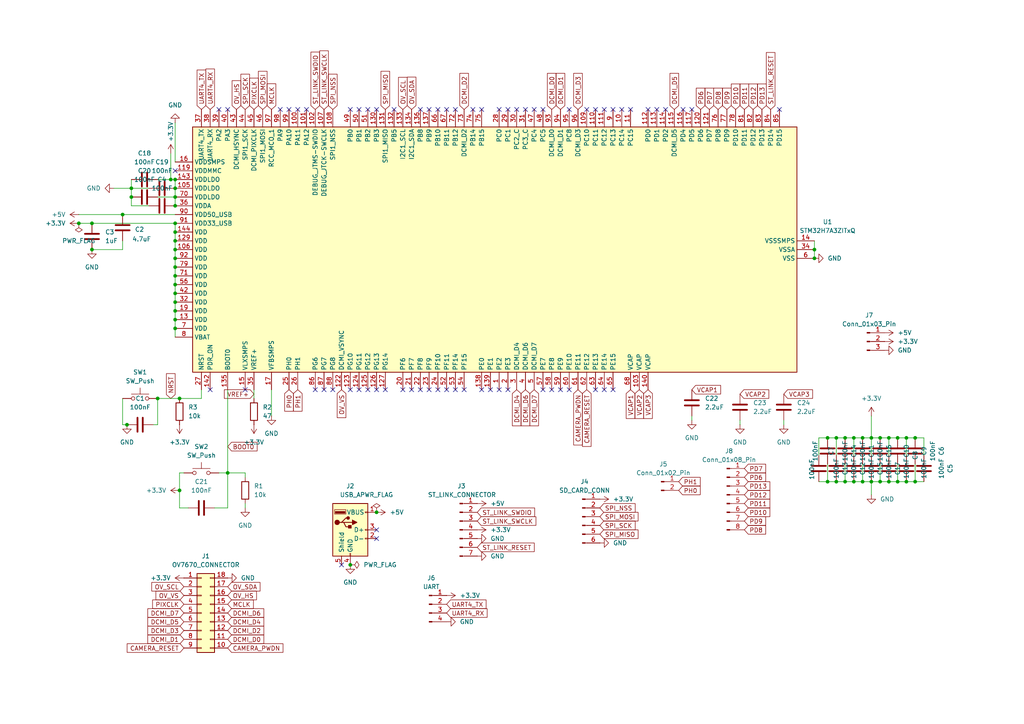
<source format=kicad_sch>
(kicad_sch (version 20231120) (generator "eeschema") (generator_version "8.0")
  (paper "A4")
  (lib_symbols
    (symbol "Connector:Conn_01x02_Pin" (pin_names (offset 1.016) hide)
      (property "Reference" "J" (at 0 2.54 0))
      (property "Value" "Conn_01x02_Pin" (at 0 -5.08 0))
      (symbol "Conn_01x02_Pin_1_1"
        (pin passive line (at 5.08 0 180) (length 3.81) (name "Pin_1") (number "1"))
        (pin passive line (at 5.08 -2.54 180) (length 3.81) (name "Pin_2") (number "2"))
      )
    )
    (symbol "Connector:Conn_01x03_Pin" (pin_names (offset 1.016) hide)
      (property "Reference" "J" (at 0 5.08 0))
      (property "Value" "Conn_01x03_Pin" (at 0 -5.08 0))
      (symbol "Conn_01x03_Pin_1_1"
        (pin passive line (at 5.08 2.54 180) (length 3.81) (name "Pin_1") (number "1"))
        (pin passive line (at 5.08 0 180) (length 3.81) (name "Pin_2") (number "2"))
        (pin passive line (at 5.08 -2.54 180) (length 3.81) (name "Pin_3") (number "3"))
      )
    )
    (symbol "Connector:Conn_01x04_Pin" (pin_names (offset 1.016) hide)
      (property "Reference" "J" (at 0 5.08 0))
      (property "Value" "Conn_01x04_Pin" (at 0 -7.62 0))
      (symbol "Conn_01x04_Pin_1_1"
        (pin passive line (at 5.08 2.54 180) (length 3.81) (name "Pin_1") (number "1"))
        (pin passive line (at 5.08 0 180) (length 3.81) (name "Pin_2") (number "2"))
        (pin passive line (at 5.08 -2.54 180) (length 3.81) (name "Pin_3") (number "3"))
        (pin passive line (at 5.08 -5.08 180) (length 3.81) (name "Pin_4") (number "4"))
      )
    )
    (symbol "Connector:Conn_01x06_Pin" (pin_names (offset 1.016) hide)
      (property "Reference" "J" (at 0 7.62 0))
      (property "Value" "Conn_01x06_Pin" (at 0 -10.16 0))
      (symbol "Conn_01x06_Pin_1_1"
        (pin passive line (at 5.08 5.08 180) (length 3.81) (name "Pin_1") (number "1"))
        (pin passive line (at 5.08 2.54 180) (length 3.81) (name "Pin_2") (number "2"))
        (pin passive line (at 5.08 0 180) (length 3.81) (name "Pin_3") (number "3"))
        (pin passive line (at 5.08 -2.54 180) (length 3.81) (name "Pin_4") (number "4"))
        (pin passive line (at 5.08 -5.08 180) (length 3.81) (name "Pin_5") (number "5"))
        (pin passive line (at 5.08 -7.62 180) (length 3.81) (name "Pin_6") (number "6"))
      )
    )
    (symbol "Connector:Conn_01x07_Pin" (pin_names (offset 1.016) hide)
      (property "Reference" "J" (at 0 10.16 0))
      (property "Value" "Conn_01x07_Pin" (at 0 -10.16 0))
      (symbol "Conn_01x07_Pin_1_1"
        (pin passive line (at 5.08 7.62 180) (length 3.81) (name "Pin_1") (number "1"))
        (pin passive line (at 5.08 5.08 180) (length 3.81) (name "Pin_2") (number "2"))
        (pin passive line (at 5.08 2.54 180) (length 3.81) (name "Pin_3") (number "3"))
        (pin passive line (at 5.08 0 180) (length 3.81) (name "Pin_4") (number "4"))
        (pin passive line (at 5.08 -2.54 180) (length 3.81) (name "Pin_5") (number "5"))
        (pin passive line (at 5.08 -5.08 180) (length 3.81) (name "Pin_6") (number "6"))
        (pin passive line (at 5.08 -7.62 180) (length 3.81) (name "Pin_7") (number "7"))
      )
    )
    (symbol "Connector:Conn_01x08_Pin" (pin_names (offset 1.016) hide)
      (property "Reference" "J" (at 0 10.16 0))
      (property "Value" "Conn_01x08_Pin" (at 0 -12.7 0))
      (symbol "Conn_01x08_Pin_1_1"
        (pin passive line (at 5.08 7.62 180) (length 3.81) (name "Pin_1") (number "1"))
        (pin passive line (at 5.08 5.08 180) (length 3.81) (name "Pin_2") (number "2"))
        (pin passive line (at 5.08 2.54 180) (length 3.81) (name "Pin_3") (number "3"))
        (pin passive line (at 5.08 0 180) (length 3.81) (name "Pin_4") (number "4"))
        (pin passive line (at 5.08 -2.54 180) (length 3.81) (name "Pin_5") (number "5"))
        (pin passive line (at 5.08 -5.08 180) (length 3.81) (name "Pin_6") (number "6"))
        (pin passive line (at 5.08 -7.62 180) (length 3.81) (name "Pin_7") (number "7"))
        (pin passive line (at 5.08 -10.16 180) (length 3.81) (name "Pin_8") (number "8"))
      )
    )
    (symbol "Connector:USB_A" (pin_names (offset 1.016))
      (property "Reference" "J" (at -5.08 11.43 0))
      (property "Value" "USB_A" (at -5.08 8.89 0))
      (symbol "USB_A_1_1"
        (pin power_in line (at 7.62 5.08 180) (length 2.54) (name "VBUS") (number "1"))
        (pin bidirectional line (at 7.62 -2.54 180) (length 2.54) (name "D-") (number "2"))
        (pin bidirectional line (at 7.62 0 180) (length 2.54) (name "D+") (number "3"))
        (pin power_in line (at 0 -10.16 90) (length 2.54) (name "GND") (number "4"))
        (pin passive line (at -2.54 -10.16 90) (length 2.54) (name "Shield") (number "5"))
      )
    )
    (symbol "Connector_Generic:Conn_02x09_Counter_Clockwise" (pin_names (offset 1.016) hide)
      (property "Reference" "J" (at 1.27 12.7 0))
      (property "Value" "Conn_02x09_Counter_Clockwise" (at 1.27 -12.7 0))
      (symbol "Conn_02x09_Counter_Clockwise_1_1"
        (pin passive line (at -5.08 10.16 0) (length 3.81) (name "Pin_1") (number "1"))
        (pin passive line (at 7.62 -10.16 180) (length 3.81) (name "Pin_10") (number "10"))
        (pin passive line (at 7.62 -7.62 180) (length 3.81) (name "Pin_11") (number "11"))
        (pin passive line (at 7.62 -5.08 180) (length 3.81) (name "Pin_12") (number "12"))
        (pin passive line (at 7.62 -2.54 180) (length 3.81) (name "Pin_13") (number "13"))
        (pin passive line (at 7.62 0 180) (length 3.81) (name "Pin_14") (number "14"))
        (pin passive line (at 7.62 2.54 180) (length 3.81) (name "Pin_15") (number "15"))
        (pin passive line (at 7.62 5.08 180) (length 3.81) (name "Pin_16") (number "16"))
        (pin passive line (at 7.62 7.62 180) (length 3.81) (name "Pin_17") (number "17"))
        (pin passive line (at 7.62 10.16 180) (length 3.81) (name "Pin_18") (number "18"))
        (pin passive line (at -5.08 7.62 0) (length 3.81) (name "Pin_2") (number "2"))
        (pin passive line (at -5.08 5.08 0) (length 3.81) (name "Pin_3") (number "3"))
        (pin passive line (at -5.08 2.54 0) (length 3.81) (name "Pin_4") (number "4"))
        (pin passive line (at -5.08 0 0) (length 3.81) (name "Pin_5") (number "5"))
        (pin passive line (at -5.08 -2.54 0) (length 3.81) (name "Pin_6") (number "6"))
        (pin passive line (at -5.08 -5.08 0) (length 3.81) (name "Pin_7") (number "7"))
        (pin passive line (at -5.08 -7.62 0) (length 3.81) (name "Pin_8") (number "8"))
        (pin passive line (at -5.08 -10.16 0) (length 3.81) (name "Pin_9") (number "9"))
      )
    )
    (symbol "Device:C" (pin_numbers hide) (pin_names (offset 0.254))
      (property "Reference" "C" (at 0.635 2.54 0))
      (property "Value" "C" (at 0.635 -2.54 0))
      (symbol "C_1_1"
        (pin passive line (at 0 3.81 270) (length 2.794) (name "~") (number "1"))
        (pin passive line (at 0 -3.81 90) (length 2.794) (name "~") (number "2"))
      )
    )
    (symbol "Device:R" (pin_numbers hide) (pin_names (offset 0))
      (property "Reference" "R" (at 2.032 0 90))
      (property "Value" "R" (at 0 0 90))
      (symbol "R_1_1"
        (pin passive line (at 0 3.81 270) (length 1.27) (name "~") (number "1"))
        (pin passive line (at 0 -3.81 90) (length 1.27) (name "~") (number "2"))
      )
    )
    (symbol "MCU_ST_STM32H7:STM32H7A3ZITxQ"
      (property "Reference" "U" (at -35.56 90.17 0))
      (property "Value" "STM32H7A3ZITxQ" (at 27.94 90.17 0))
      (symbol "STM32H7A3ZITxQ_1_1"
        (pin bidirectional line (at -40.64 0 0) (length 5.08) (name "PE2") (number "1"))
        (pin bidirectional line (at 40.64 -35.56 180) (length 5.08) (name "PC14") (number "10"))
        (pin bidirectional line (at 40.64 58.42 180) (length 5.08) (name "PA11") (number "100") (alternate "UART4_RX" bidirectional line))
        (pin bidirectional line (at 40.64 55.88 180) (length 5.08) (name "PA12") (number "101") (alternate "UART4_TX" bidirectional line))
        (pin bidirectional line (at 40.64 53.34 180) (length 5.08) (name "PA13") (number "102") (alternate "DEBUG_JTMS-SWDIO" bidirectional line))
        (pin power_out line (at -40.64 -40.64 0) (length 5.08) (name "VCAP") (number "103"))
        (pin passive line (at -2.54 -91.44 90) (length 5.08) hide (name "VSS") (number "104"))
        (pin power_in line (at 17.78 93.98 270) (length 5.08) (name "VDDLDO") (number "105"))
        (pin power_in line (at 0 93.98 270) (length 5.08) (name "VDD") (number "106"))
        (pin bidirectional line (at 40.64 50.8 180) (length 5.08) (name "PA14") (number "107") (alternate "DEBUG_JTCK-SWCLK" bidirectional line))
        (pin bidirectional line (at 40.64 48.26 180) (length 5.08) (name "PA15") (number "108") (alternate "SPI1_NSS" bidirectional line))
        (pin bidirectional line (at 40.64 -25.4 180) (length 5.08) (name "PC10") (number "109") (alternate "UART4_TX" bidirectional line))
        (pin bidirectional line (at 40.64 -38.1 180) (length 5.08) (name "PC15") (number "11"))
        (pin bidirectional line (at 40.64 -27.94 180) (length 5.08) (name "PC11") (number "110") (alternate "DCMI_D4" bidirectional line) (alternate "UART4_RX" bidirectional line))
        (pin bidirectional line (at 40.64 -30.48 180) (length 5.08) (name "PC12") (number "111"))
        (pin bidirectional line (at 40.64 -43.18 180) (length 5.08) (name "PD0") (number "112") (alternate "UART4_RX" bidirectional line))
        (pin bidirectional line (at 40.64 -45.72 180) (length 5.08) (name "PD1") (number "113") (alternate "UART4_TX" bidirectional line))
        (pin bidirectional line (at 40.64 -48.26 180) (length 5.08) (name "PD2") (number "114"))
        (pin bidirectional line (at 40.64 -50.8 180) (length 5.08) (name "PD3") (number "115") (alternate "DCMI_D5" bidirectional line))
        (pin bidirectional line (at 40.64 -53.34 180) (length 5.08) (name "PD4") (number "116"))
        (pin bidirectional line (at 40.64 -55.88 180) (length 5.08) (name "PD5") (number "117"))
        (pin passive line (at -2.54 -91.44 90) (length 5.08) hide (name "VSS") (number "118"))
        (pin power_in line (at 22.86 93.98 270) (length 5.08) (name "VDDMMC") (number "119"))
        (pin passive line (at -2.54 -91.44 90) (length 5.08) hide (name "VSS") (number "12"))
        (pin bidirectional line (at 40.64 -58.42 180) (length 5.08) (name "PD6") (number "120"))
        (pin bidirectional line (at 40.64 -60.96 180) (length 5.08) (name "PD7") (number "121") (alternate "SPI1_MOSI" bidirectional line))
        (pin bidirectional line (at -40.64 45.72 0) (length 5.08) (name "PG9") (number "122") (alternate "DCMI_VSYNC" bidirectional line) (alternate "SPI1_MISO" bidirectional line))
        (pin bidirectional line (at -40.64 43.18 0) (length 5.08) (name "PG10") (number "123") (alternate "DCMI_D2" bidirectional line) (alternate "SPI1_NSS" bidirectional line))
        (pin bidirectional line (at -40.64 40.64 0) (length 5.08) (name "PG11") (number "124") (alternate "DCMI_D3" bidirectional line) (alternate "SPI1_SCK" bidirectional line))
        (pin bidirectional line (at -40.64 38.1 0) (length 5.08) (name "PG12") (number "125"))
        (pin bidirectional line (at -40.64 35.56 0) (length 5.08) (name "PG13") (number "126"))
        (pin bidirectional line (at -40.64 33.02 0) (length 5.08) (name "PG14") (number "127"))
        (pin passive line (at -2.54 -91.44 90) (length 5.08) hide (name "VSS") (number "128"))
        (pin power_in line (at 2.54 93.98 270) (length 5.08) (name "VDD") (number "129"))
        (pin power_in line (at -20.32 93.98 270) (length 5.08) (name "VDD") (number "13"))
        (pin bidirectional line (at 40.64 35.56 180) (length 5.08) (name "PB3") (number "130") (alternate "SPI1_SCK" bidirectional line))
        (pin bidirectional line (at 40.64 33.02 180) (length 5.08) (name "PB4") (number "131") (alternate "SPI1_MISO" bidirectional line))
        (pin bidirectional line (at 40.64 30.48 180) (length 5.08) (name "PB5") (number "132") (alternate "SPI1_MOSI" bidirectional line))
        (pin bidirectional line (at 40.64 27.94 180) (length 5.08) (name "PB6") (number "133") (alternate "DCMI_D5" bidirectional line) (alternate "I2C1_SCL" bidirectional line))
        (pin bidirectional line (at 40.64 25.4 180) (length 5.08) (name "PB7") (number "134") (alternate "DCMI_VSYNC" bidirectional line) (alternate "I2C1_SDA" bidirectional line))
        (pin input line (at -40.64 78.74 0) (length 5.08) (name "BOOT0") (number "135"))
        (pin bidirectional line (at 40.64 22.86 180) (length 5.08) (name "PB8") (number "136") (alternate "DCMI_D6" bidirectional line) (alternate "I2C1_SCL" bidirectional line) (alternate "UART4_RX" bidirectional line))
        (pin bidirectional line (at 40.64 20.32 180) (length 5.08) (name "PB9") (number "137") (alternate "DCMI_D7" bidirectional line) (alternate "I2C1_SDA" bidirectional line) (alternate "UART4_TX" bidirectional line))
        (pin bidirectional line (at -40.64 5.08 0) (length 5.08) (name "PE0") (number "138") (alternate "DCMI_D2" bidirectional line))
        (pin bidirectional line (at -40.64 2.54 0) (length 5.08) (name "PE1") (number "139") (alternate "DCMI_D3" bidirectional line))
        (pin power_in line (at 2.54 -91.44 90) (length 5.08) (name "VSSSMPS") (number "14"))
        (pin power_out line (at -40.64 -43.18 0) (length 5.08) (name "VCAP") (number "140"))
        (pin passive line (at -2.54 -91.44 90) (length 5.08) hide (name "VSS") (number "141"))
        (pin input line (at -40.64 83.82 0) (length 5.08) (name "PDR_ON") (number "142"))
        (pin power_in line (at 20.32 93.98 270) (length 5.08) (name "VDDLDO") (number "143"))
        (pin power_in line (at 5.08 93.98 270) (length 5.08) (name "VDD") (number "144"))
        (pin power_in line (at -40.64 73.66 0) (length 5.08) (name "VLXSMPS") (number "15"))
        (pin power_in line (at 25.4 93.98 270) (length 5.08) (name "VDDSMPS") (number "16"))
        (pin input line (at -40.64 66.04 0) (length 5.08) (name "VFBSMPS") (number "17"))
        (pin passive line (at -2.54 -91.44 90) (length 5.08) hide (name "VSS") (number "18"))
        (pin power_in line (at -17.78 93.98 270) (length 5.08) (name "VDD") (number "19"))
        (pin bidirectional line (at -40.64 -2.54 0) (length 5.08) (name "PE3") (number "2"))
        (pin bidirectional line (at -40.64 27.94 0) (length 5.08) (name "PF6") (number "20"))
        (pin bidirectional line (at -40.64 25.4 0) (length 5.08) (name "PF7") (number "21"))
        (pin bidirectional line (at -40.64 22.86 0) (length 5.08) (name "PF8") (number "22"))
        (pin bidirectional line (at -40.64 20.32 0) (length 5.08) (name "PF9") (number "23"))
        (pin bidirectional line (at -40.64 17.78 0) (length 5.08) (name "PF10") (number "24"))
        (pin bidirectional line (at -40.64 60.96 0) (length 5.08) (name "PH0") (number "25"))
        (pin bidirectional line (at -40.64 58.42 0) (length 5.08) (name "PH1") (number "26"))
        (pin input line (at -40.64 86.36 0) (length 5.08) (name "NRST") (number "27"))
        (pin bidirectional line (at 40.64 0 180) (length 5.08) (name "PC0") (number "28"))
        (pin bidirectional line (at 40.64 -2.54 180) (length 5.08) (name "PC1") (number "29"))
        (pin bidirectional line (at -40.64 -5.08 0) (length 5.08) (name "PE4") (number "3") (alternate "DCMI_D4" bidirectional line))
        (pin bidirectional line (at 40.64 -5.08 180) (length 5.08) (name "PC2_C") (number "30"))
        (pin bidirectional line (at 40.64 -7.62 180) (length 5.08) (name "PC3_C") (number "31"))
        (pin power_in line (at -15.24 93.98 270) (length 5.08) (name "VDD") (number "32"))
        (pin passive line (at -2.54 -91.44 90) (length 5.08) hide (name "VSS") (number "33"))
        (pin power_in line (at 0 -91.44 90) (length 5.08) (name "VSSA") (number "34"))
        (pin input line (at -40.64 71.12 0) (length 5.08) (name "VREF+") (number "35"))
        (pin power_in line (at 12.7 93.98 270) (length 5.08) (name "VDDA") (number "36"))
        (pin bidirectional line (at 40.64 86.36 180) (length 5.08) (name "PA0") (number "37") (alternate "UART4_TX" bidirectional line))
        (pin bidirectional line (at 40.64 83.82 180) (length 5.08) (name "PA1") (number "38") (alternate "UART4_RX" bidirectional line))
        (pin bidirectional line (at 40.64 81.28 180) (length 5.08) (name "PA2") (number "39"))
        (pin bidirectional line (at -40.64 -7.62 0) (length 5.08) (name "PE5") (number "4") (alternate "DCMI_D6" bidirectional line))
        (pin bidirectional line (at 40.64 78.74 180) (length 5.08) (name "PA3") (number "40"))
        (pin passive line (at -2.54 -91.44 90) (length 5.08) hide (name "VSS") (number "41"))
        (pin power_in line (at -12.7 93.98 270) (length 5.08) (name "VDD") (number "42"))
        (pin bidirectional line (at 40.64 76.2 180) (length 5.08) (name "PA4") (number "43") (alternate "DCMI_HSYNC" bidirectional line) (alternate "SPI1_NSS" bidirectional line))
        (pin bidirectional line (at 40.64 73.66 180) (length 5.08) (name "PA5") (number "44") (alternate "SPI1_SCK" bidirectional line))
        (pin bidirectional line (at 40.64 71.12 180) (length 5.08) (name "PA6") (number "45") (alternate "DCMI_PIXCLK" bidirectional line) (alternate "SPI1_MISO" bidirectional line))
        (pin bidirectional line (at 40.64 68.58 180) (length 5.08) (name "PA7") (number "46") (alternate "SPI1_MOSI" bidirectional line))
        (pin bidirectional line (at 40.64 -10.16 180) (length 5.08) (name "PC4") (number "47"))
        (pin bidirectional line (at 40.64 -12.7 180) (length 5.08) (name "PC5") (number "48"))
        (pin bidirectional line (at 40.64 43.18 180) (length 5.08) (name "PB0") (number "49"))
        (pin bidirectional line (at -40.64 -10.16 0) (length 5.08) (name "PE6") (number "5") (alternate "DCMI_D7" bidirectional line))
        (pin bidirectional line (at 40.64 40.64 180) (length 5.08) (name "PB1") (number "50"))
        (pin bidirectional line (at 40.64 38.1 180) (length 5.08) (name "PB2") (number "51"))
        (pin bidirectional line (at -40.64 15.24 0) (length 5.08) (name "PF11") (number "52"))
        (pin bidirectional line (at -40.64 12.7 0) (length 5.08) (name "PF14") (number "53"))
        (pin bidirectional line (at -40.64 10.16 0) (length 5.08) (name "PF15") (number "54"))
        (pin passive line (at -2.54 -91.44 90) (length 5.08) hide (name "VSS") (number "55"))
        (pin power_in line (at -10.16 93.98 270) (length 5.08) (name "VDD") (number "56"))
        (pin bidirectional line (at -40.64 -12.7 0) (length 5.08) (name "PE7") (number "57"))
        (pin bidirectional line (at -40.64 -15.24 0) (length 5.08) (name "PE8") (number "58"))
        (pin bidirectional line (at -40.64 -17.78 0) (length 5.08) (name "PE9") (number "59"))
        (pin power_in line (at -2.54 -91.44 90) (length 5.08) (name "VSS") (number "6"))
        (pin bidirectional line (at -40.64 -20.32 0) (length 5.08) (name "PE10") (number "60"))
        (pin bidirectional line (at -40.64 -22.86 0) (length 5.08) (name "PE11") (number "61"))
        (pin bidirectional line (at -40.64 -25.4 0) (length 5.08) (name "PE12") (number "62"))
        (pin bidirectional line (at -40.64 -27.94 0) (length 5.08) (name "PE13") (number "63"))
        (pin bidirectional line (at -40.64 -30.48 0) (length 5.08) (name "PE14") (number "64"))
        (pin bidirectional line (at -40.64 -33.02 0) (length 5.08) (name "PE15") (number "65"))
        (pin bidirectional line (at 40.64 17.78 180) (length 5.08) (name "PB10") (number "66"))
        (pin bidirectional line (at 40.64 15.24 180) (length 5.08) (name "PB11") (number "67"))
        (pin power_out line (at -40.64 -38.1 0) (length 5.08) (name "VCAP") (number "68"))
        (pin passive line (at -2.54 -91.44 90) (length 5.08) hide (name "VSS") (number "69"))
        (pin power_in line (at -22.86 93.98 270) (length 5.08) (name "VDD") (number "7"))
        (pin power_in line (at 15.24 93.98 270) (length 5.08) (name "VDDLDO") (number "70"))
        (pin power_in line (at -7.62 93.98 270) (length 5.08) (name "VDD") (number "71"))
        (pin bidirectional line (at 40.64 12.7 180) (length 5.08) (name "PB12") (number "72"))
        (pin bidirectional line (at 40.64 10.16 180) (length 5.08) (name "PB13") (number "73") (alternate "DCMI_D2" bidirectional line))
        (pin bidirectional line (at 40.64 7.62 180) (length 5.08) (name "PB14") (number "74"))
        (pin bidirectional line (at 40.64 5.08 180) (length 5.08) (name "PB15") (number "75"))
        (pin bidirectional line (at 40.64 -63.5 180) (length 5.08) (name "PD8") (number "76"))
        (pin bidirectional line (at 40.64 -66.04 180) (length 5.08) (name "PD9") (number "77"))
        (pin bidirectional line (at 40.64 -68.58 180) (length 5.08) (name "PD10") (number "78"))
        (pin power_in line (at -5.08 93.98 270) (length 5.08) (name "VDD") (number "79"))
        (pin power_in line (at -25.4 93.98 270) (length 5.08) (name "VBAT") (number "8"))
        (pin passive line (at -2.54 -91.44 90) (length 5.08) hide (name "VSS") (number "80"))
        (pin bidirectional line (at 40.64 -71.12 180) (length 5.08) (name "PD11") (number "81"))
        (pin bidirectional line (at 40.64 -73.66 180) (length 5.08) (name "PD12") (number "82"))
        (pin bidirectional line (at 40.64 -76.2 180) (length 5.08) (name "PD13") (number "83"))
        (pin bidirectional line (at 40.64 -78.74 180) (length 5.08) (name "PD14") (number "84"))
        (pin bidirectional line (at 40.64 -81.28 180) (length 5.08) (name "PD15") (number "85"))
        (pin bidirectional line (at -40.64 53.34 0) (length 5.08) (name "PG6") (number "86"))
        (pin bidirectional line (at -40.64 50.8 0) (length 5.08) (name "PG7") (number "87"))
        (pin bidirectional line (at -40.64 48.26 0) (length 5.08) (name "PG8") (number "88"))
        (pin passive line (at -2.54 -91.44 90) (length 5.08) hide (name "VSS") (number "89"))
        (pin bidirectional line (at 40.64 -33.02 180) (length 5.08) (name "PC13") (number "9"))
        (pin power_in line (at 10.16 93.98 270) (length 5.08) (name "VDD50_USB") (number "90"))
        (pin power_in line (at 7.62 93.98 270) (length 5.08) (name "VDD33_USB") (number "91"))
        (pin power_in line (at -2.54 93.98 270) (length 5.08) (name "VDD") (number "92"))
        (pin bidirectional line (at 40.64 -15.24 180) (length 5.08) (name "PC6") (number "93") (alternate "DCMI_D0" bidirectional line))
        (pin bidirectional line (at 40.64 -17.78 180) (length 5.08) (name "PC7") (number "94") (alternate "DCMI_D1" bidirectional line))
        (pin bidirectional line (at 40.64 -20.32 180) (length 5.08) (name "PC8") (number "95") (alternate "DCMI_D2" bidirectional line))
        (pin bidirectional line (at 40.64 -22.86 180) (length 5.08) (name "PC9") (number "96") (alternate "DCMI_D3" bidirectional line))
        (pin bidirectional line (at 40.64 66.04 180) (length 5.08) (name "PA8") (number "97") (alternate "RCC_MCO_1" bidirectional line))
        (pin bidirectional line (at 40.64 63.5 180) (length 5.08) (name "PA9") (number "98") (alternate "DCMI_D0" bidirectional line))
        (pin bidirectional line (at 40.64 60.96 180) (length 5.08) (name "PA10") (number "99") (alternate "DCMI_D1" bidirectional line))
      )
    )
    (symbol "Switch:SW_Push" (pin_numbers hide) (pin_names (offset 1.016) hide)
      (property "Reference" "SW" (at 1.27 2.54 0))
      (property "Value" "SW_Push" (at 0 -1.524 0))
      (symbol "SW_Push_0_1"
        (pin passive line (at -5.08 0 0) (length 2.54) (name "1") (number "1"))
        (pin passive line (at 5.08 0 180) (length 2.54) (name "2") (number "2"))
      )
    )
    (symbol "power:+3.3V" (power) (pin_numbers hide) (pin_names (offset 0) hide)
      (property "Value" "+3.3V" (at 0 3.556 0))
      (symbol "+3.3V_1_1"
        (pin power_in line (at 0 0 90) (length 0) (name "~") (number "1"))
      )
    )
    (symbol "power:+5V" (power) (pin_numbers hide) (pin_names (offset 0) hide)
      (property "Value" "+5V" (at 0 3.556 0))
      (symbol "+5V_1_1"
        (pin power_in line (at 0 0 90) (length 0) (name "~") (number "1"))
      )
    )
    (symbol "power:GND" (power) (pin_numbers hide) (pin_names (offset 0) hide)
      (property "Value" "GND" (at 0 -3.81 0))
      (symbol "GND_1_1"
        (pin power_in line (at 0 0 270) (length 0) (name "~") (number "1"))
      )
    )
    (symbol "power:PWR_FLAG" (power) (pin_numbers hide) (pin_names (offset 0) hide)
      (property "Value" "PWR_FLAG" (at 0 3.81 0))
      (symbol "PWR_FLAG_0_0"
        (pin power_out line (at 0 0 90) (length 0) (name "~") (number "1"))
      )
    )
  )
  (junction (at 247.65 127))
  (junction (at 38.1 57.15))
  (junction (at 26.67 72.39))
  (junction (at 260.35 127))
  (junction (at 50.8 82.55))
  (junction (at 50.8 54.61))
  (junction (at 236.22 72.39))
  (junction (at 49.53 52.07))
  (junction (at 101.6 163.83))
  (junction (at 265.43 127))
  (junction (at 35.56 62.23))
  (junction (at 262.89 139.7))
  (junction (at 50.8 92.71))
  (junction (at 257.81 127))
  (junction (at 240.03 139.7))
  (junction (at 265.43 139.7))
  (junction (at 247.65 139.7))
  (junction (at 240.03 127))
  (junction (at 50.8 80.01))
  (junction (at 260.35 139.7))
  (junction (at 50.8 74.93))
  (junction (at 45.72 115.57))
  (junction (at 262.89 127))
  (junction (at 252.73 127))
  (junction (at 50.8 52.07))
  (junction (at 252.73 139.7))
  (junction (at 245.11 139.7))
  (junction (at 250.19 127))
  (junction (at 255.27 127))
  (junction (at 50.8 67.31))
  (junction (at 36.83 123.19))
  (junction (at 242.57 139.7))
  (junction (at 50.8 72.39))
  (junction (at 109.22 148.59))
  (junction (at 242.57 127))
  (junction (at 50.8 85.09))
  (junction (at 50.8 77.47))
  (junction (at 50.8 69.85))
  (junction (at 236.22 74.93))
  (junction (at 250.19 139.7))
  (junction (at 245.11 127))
  (junction (at 50.8 57.15))
  (junction (at 66.04 137.16))
  (junction (at 22.86 64.77))
  (junction (at 50.8 87.63))
  (junction (at 50.8 95.25))
  (junction (at 26.67 64.77))
  (junction (at 38.1 54.61))
  (junction (at 257.81 139.7))
  (junction (at 50.8 64.77))
  (junction (at 50.8 90.17))
  (junction (at 52.07 115.57))
  (junction (at 50.8 59.69))
  (junction (at 255.27 139.7))
  (junction (at 52.07 142.24))
  (no_connect (at 106.68 113.03))
  (no_connect (at 180.34 31.75))
  (no_connect (at 226.06 31.75))
  (no_connect (at 200.66 31.75))
  (no_connect (at 165.1 113.03))
  (no_connect (at 104.14 31.75))
  (no_connect (at 121.92 31.75))
  (no_connect (at 160.02 113.03))
  (no_connect (at 147.32 113.03))
  (no_connect (at 129.54 31.75))
  (no_connect (at 149.86 31.75))
  (no_connect (at 134.62 113.03))
  (no_connect (at 93.98 113.03))
  (no_connect (at 83.82 31.75))
  (no_connect (at 119.38 113.03))
  (no_connect (at 88.9 31.75))
  (no_connect (at 132.08 31.75))
  (no_connect (at 142.24 113.03))
  (no_connect (at 60.96 113.03))
  (no_connect (at 109.22 153.67))
  (no_connect (at 91.44 113.03))
  (no_connect (at 139.7 31.75))
  (no_connect (at 190.5 31.75))
  (no_connect (at 101.6 31.75))
  (no_connect (at 114.3 31.75))
  (no_connect (at 50.8 49.53))
  (no_connect (at 124.46 113.03))
  (no_connect (at 109.22 31.75))
  (no_connect (at 139.7 113.03))
  (no_connect (at 172.72 113.03))
  (no_connect (at 152.4 31.75))
  (no_connect (at 101.6 113.03))
  (no_connect (at 182.88 31.75))
  (no_connect (at 157.48 113.03))
  (no_connect (at 157.48 31.75))
  (no_connect (at 116.84 113.03))
  (no_connect (at 63.5 31.75))
  (no_connect (at 99.06 163.83))
  (no_connect (at 172.72 31.75))
  (no_connect (at 154.94 31.75))
  (no_connect (at 124.46 31.75))
  (no_connect (at 81.28 31.75))
  (no_connect (at 137.16 31.75))
  (no_connect (at 165.1 31.75))
  (no_connect (at 66.04 31.75))
  (no_connect (at 109.22 156.21))
  (no_connect (at 147.32 31.75))
  (no_connect (at 111.76 113.03))
  (no_connect (at 198.12 31.75))
  (no_connect (at 144.78 31.75))
  (no_connect (at 129.54 113.03))
  (no_connect (at 121.92 113.03))
  (no_connect (at 177.8 113.03))
  (no_connect (at 109.22 113.03))
  (no_connect (at 96.52 113.03))
  (no_connect (at 187.96 31.75))
  (no_connect (at 177.8 31.75))
  (no_connect (at 127 31.75))
  (no_connect (at 71.12 113.03))
  (no_connect (at 104.14 113.03))
  (no_connect (at 132.08 113.03))
  (no_connect (at 86.36 31.75))
  (no_connect (at 193.04 31.75))
  (no_connect (at 127 113.03))
  (no_connect (at 175.26 31.75))
  (no_connect (at 170.18 31.75))
  (no_connect (at 162.56 113.03))
  (no_connect (at 144.78 113.03))
  (no_connect (at 175.26 113.03))
  (no_connect (at 106.68 31.75))
  (wire (pts (xy 26.67 64.77) (xy 50.8 64.77)))
  (wire (pts (xy 44.45 123.19) (xy 45.72 123.19)))
  (wire (pts (xy 250.19 134.62) (xy 250.19 139.7)))
  (wire (pts (xy 22.86 64.77) (xy 26.67 64.77)))
  (wire (pts (xy 247.65 139.7) (xy 250.19 139.7)))
  (wire (pts (xy 62.23 147.32) (xy 66.04 147.32)))
  (wire (pts (xy 50.8 57.15) (xy 50.8 59.69)))
  (wire (pts (xy 50.8 74.93) (xy 50.8 77.47)))
  (wire (pts (xy 71.12 137.16) (xy 66.04 137.16)))
  (wire (pts (xy 265.43 127) (xy 262.89 127)))
  (wire (pts (xy 240.03 134.62) (xy 240.03 139.7)))
  (wire (pts (xy 78.74 120.65) (xy 78.74 113.03)))
  (wire (pts (xy 33.02 54.61) (xy 38.1 54.61)))
  (wire (pts (xy 73.66 115.57) (xy 73.66 113.03)))
  (wire (pts (xy 257.81 127) (xy 257.81 132.08)))
  (wire (pts (xy 49.53 52.07) (xy 50.8 52.07)))
  (wire (pts (xy 265.43 134.62) (xy 265.43 139.7)))
  (wire (pts (xy 257.81 127) (xy 255.27 127)))
  (wire (pts (xy 45.72 57.15) (xy 50.8 57.15)))
  (wire (pts (xy 250.19 139.7) (xy 252.73 139.7)))
  (wire (pts (xy 247.65 127) (xy 245.11 127)))
  (wire (pts (xy 52.07 142.24) (xy 52.07 147.32)))
  (wire (pts (xy 50.8 92.71) (xy 50.8 95.25)))
  (wire (pts (xy 260.35 127) (xy 257.81 127)))
  (wire (pts (xy 250.19 127) (xy 247.65 127)))
  (wire (pts (xy 257.81 139.7) (xy 260.35 139.7)))
  (wire (pts (xy 242.57 127) (xy 242.57 132.08)))
  (wire (pts (xy 50.8 69.85) (xy 50.8 72.39)))
  (wire (pts (xy 265.43 139.7) (xy 267.97 139.7)))
  (wire (pts (xy 242.57 139.7) (xy 245.11 139.7)))
  (wire (pts (xy 50.8 95.25) (xy 50.8 97.79)))
  (wire (pts (xy 50.8 52.07) (xy 50.8 54.61)))
  (wire (pts (xy 267.97 127) (xy 265.43 127)))
  (wire (pts (xy 38.1 52.07) (xy 38.1 54.61)))
  (wire (pts (xy 240.03 127) (xy 237.49 127)))
  (wire (pts (xy 252.73 127) (xy 252.73 132.08)))
  (wire (pts (xy 262.89 127) (xy 262.89 132.08)))
  (wire (pts (xy 242.57 127) (xy 240.03 127)))
  (wire (pts (xy 262.89 139.7) (xy 265.43 139.7)))
  (wire (pts (xy 43.18 59.69) (xy 38.1 59.69)))
  (wire (pts (xy 45.72 52.07) (xy 49.53 52.07)))
  (wire (pts (xy 260.35 134.62) (xy 260.35 139.7)))
  (wire (pts (xy 45.72 123.19) (xy 45.72 115.57)))
  (wire (pts (xy 255.27 139.7) (xy 257.81 139.7)))
  (wire (pts (xy 35.56 123.19) (xy 36.83 123.19)))
  (wire (pts (xy 38.1 54.61) (xy 38.1 57.15)))
  (wire (pts (xy 49.53 44.45) (xy 49.53 52.07)))
  (wire (pts (xy 50.8 85.09) (xy 50.8 87.63)))
  (wire (pts (xy 50.8 82.55) (xy 50.8 85.09)))
  (wire (pts (xy 255.27 134.62) (xy 255.27 139.7)))
  (wire (pts (xy 35.56 62.23) (xy 50.8 62.23)))
  (wire (pts (xy 227.33 123.19) (xy 227.33 121.92)))
  (wire (pts (xy 66.04 137.16) (xy 66.04 147.32)))
  (wire (pts (xy 71.12 146.05) (xy 71.12 147.32)))
  (wire (pts (xy 50.8 80.01) (xy 50.8 82.55)))
  (wire (pts (xy 50.8 64.77) (xy 50.8 67.31)))
  (wire (pts (xy 237.49 139.7) (xy 240.03 139.7)))
  (wire (pts (xy 255.27 127) (xy 252.73 127)))
  (wire (pts (xy 247.65 127) (xy 247.65 132.08)))
  (wire (pts (xy 35.56 115.57) (xy 35.56 123.19)))
  (wire (pts (xy 267.97 127) (xy 267.97 132.08)))
  (wire (pts (xy 236.22 72.39) (xy 236.22 74.93)))
  (wire (pts (xy 52.07 115.57) (xy 58.42 115.57)))
  (wire (pts (xy 50.8 77.47) (xy 50.8 80.01)))
  (wire (pts (xy 245.11 127) (xy 242.57 127)))
  (wire (pts (xy 66.04 113.03) (xy 66.04 137.16)))
  (wire (pts (xy 35.56 72.39) (xy 26.67 72.39)))
  (wire (pts (xy 50.8 90.17) (xy 50.8 92.71)))
  (wire (pts (xy 252.73 139.7) (xy 252.73 143.51)))
  (wire (pts (xy 240.03 139.7) (xy 242.57 139.7)))
  (wire (pts (xy 200.66 121.92) (xy 200.66 120.65)))
  (wire (pts (xy 52.07 147.32) (xy 54.61 147.32)))
  (wire (pts (xy 50.8 87.63) (xy 50.8 90.17)))
  (wire (pts (xy 38.1 59.69) (xy 38.1 57.15)))
  (wire (pts (xy 252.73 139.7) (xy 255.27 139.7)))
  (wire (pts (xy 260.35 139.7) (xy 262.89 139.7)))
  (wire (pts (xy 38.1 54.61) (xy 43.18 54.61)))
  (wire (pts (xy 237.49 127) (xy 237.49 132.08)))
  (wire (pts (xy 35.56 69.85) (xy 35.56 72.39)))
  (wire (pts (xy 45.72 115.57) (xy 52.07 115.57)))
  (wire (pts (xy 50.8 72.39) (xy 50.8 74.93)))
  (wire (pts (xy 63.5 137.16) (xy 66.04 137.16)))
  (wire (pts (xy 52.07 137.16) (xy 52.07 142.24)))
  (wire (pts (xy 50.8 54.61) (xy 50.8 57.15)))
  (wire (pts (xy 71.12 137.16) (xy 71.12 138.43)))
  (wire (pts (xy 252.73 127) (xy 250.19 127)))
  (wire (pts (xy 22.86 62.23) (xy 35.56 62.23)))
  (wire (pts (xy 236.22 69.85) (xy 236.22 72.39)))
  (wire (pts (xy 262.89 127) (xy 260.35 127)))
  (wire (pts (xy 245.11 139.7) (xy 247.65 139.7)))
  (wire (pts (xy 50.8 35.56) (xy 50.8 46.99)))
  (wire (pts (xy 50.8 67.31) (xy 50.8 69.85)))
  (wire (pts (xy 252.73 120.65) (xy 252.73 127)))
  (wire (pts (xy 214.63 123.19) (xy 214.63 121.92)))
  (wire (pts (xy 58.42 115.57) (xy 58.42 113.03)))
  (wire (pts (xy 245.11 134.62) (xy 245.11 139.7)))
  (wire (pts (xy 53.34 137.16) (xy 52.07 137.16)))
  (global_label "CAMERA_RESET" (shape input) (at 170.18 113.03 270) (property "Intersheetrefs" "${INTERSHEET_REFS}" (effects (hide yes))))
  (global_label "ST_LINK_RESET" (shape input) (at 138.43 158.75 0) (property "Intersheetrefs" "${INTERSHEET_REFS}" (effects (hide yes))))
  (global_label "DCMI_D6" (shape input) (at 66.04 177.8 0) (property "Intersheetrefs" "${INTERSHEET_REFS}" (effects (hide yes))))
  (global_label "SPI_MISO" (shape input) (at 111.76 31.75 90) (property "Intersheetrefs" "${INTERSHEET_REFS}" (effects (hide yes))))
  (global_label "DCMI_D4" (shape input) (at 66.04 180.34 0) (property "Intersheetrefs" "${INTERSHEET_REFS}" (effects (hide yes))))
  (global_label "CAMERA_RESET" (shape input) (at 53.34 187.96 180) (property "Intersheetrefs" "${INTERSHEET_REFS}" (effects (hide yes))))
  (global_label "ST_LINK_SWDIO" (shape input) (at 138.43 148.59 0) (property "Intersheetrefs" "${INTERSHEET_REFS}" (effects (hide yes))))
  (global_label "PD13" (shape input) (at 215.9 140.97 0) (property "Intersheetrefs" "${INTERSHEET_REFS}" (effects (hide yes))))
  (global_label "DCMI_D4" (shape input) (at 149.86 113.03 270) (property "Intersheetrefs" "${INTERSHEET_REFS}" (effects (hide yes))))
  (global_label "PH0" (shape input) (at 196.85 142.24 0) (property "Intersheetrefs" "${INTERSHEET_REFS}" (effects (hide yes))))
  (global_label "DCMI_D3" (shape input) (at 53.34 182.88 180) (property "Intersheetrefs" "${INTERSHEET_REFS}" (effects (hide yes))))
  (global_label "SPI_NSS" (shape input) (at 96.52 31.75 90) (property "Intersheetrefs" "${INTERSHEET_REFS}" (effects (hide yes))))
  (global_label "PD8" (shape input) (at 208.28 31.75 90) (property "Intersheetrefs" "${INTERSHEET_REFS}" (effects (hide yes))))
  (global_label "SPI_MOSI" (shape input) (at 76.2 31.75 90) (property "Intersheetrefs" "${INTERSHEET_REFS}" (effects (hide yes))))
  (global_label "UART4_TX" (shape input) (at 58.42 31.75 90) (property "Intersheetrefs" "${INTERSHEET_REFS}" (effects (hide yes))))
  (global_label "UART4_RX" (shape input) (at 129.54 177.8 0) (property "Intersheetrefs" "${INTERSHEET_REFS}" (effects (hide yes))))
  (global_label "PD9" (shape input) (at 210.82 31.75 90) (property "Intersheetrefs" "${INTERSHEET_REFS}" (effects (hide yes))))
  (global_label "PD10" (shape input) (at 215.9 148.59 0) (property "Intersheetrefs" "${INTERSHEET_REFS}" (effects (hide yes))))
  (global_label "DCMI_D2" (shape input) (at 134.62 31.75 90) (property "Intersheetrefs" "${INTERSHEET_REFS}" (effects (hide yes))))
  (global_label "PD9" (shape input) (at 215.9 151.13 0) (property "Intersheetrefs" "${INTERSHEET_REFS}" (effects (hide yes))))
  (global_label "UART4_RX" (shape input) (at 60.96 31.75 90) (property "Intersheetrefs" "${INTERSHEET_REFS}" (effects (hide yes))))
  (global_label "UART4_TX" (shape input) (at 129.54 175.26 0) (property "Intersheetrefs" "${INTERSHEET_REFS}" (effects (hide yes))))
  (global_label "VCAP2" (shape input) (at 185.42 113.03 270) (property "Intersheetrefs" "${INTERSHEET_REFS}" (effects (hide yes))))
  (global_label "PD7" (shape input) (at 215.9 135.89 0) (property "Intersheetrefs" "${INTERSHEET_REFS}" (effects (hide yes))))
  (global_label "OV_HS" (shape input) (at 66.04 172.72 0) (property "Intersheetrefs" "${INTERSHEET_REFS}" (effects (hide yes))))
  (global_label "OV_VS" (shape input) (at 53.34 172.72 180) (property "Intersheetrefs" "${INTERSHEET_REFS}" (effects (hide yes))))
  (global_label "BOOT0" (shape input) (at 66.04 129.54 0) (property "Intersheetrefs" "${INTERSHEET_REFS}" (effects (hide yes))))
  (global_label "ST_LINK_RESET" (shape input) (at 223.52 31.75 90) (property "Intersheetrefs" "${INTERSHEET_REFS}" (effects (hide yes))))
  (global_label "VCAP3" (shape input) (at 187.96 113.03 270) (property "Intersheetrefs" "${INTERSHEET_REFS}" (effects (hide yes))))
  (global_label "DCMI_D1" (shape input) (at 53.34 185.42 180) (property "Intersheetrefs" "${INTERSHEET_REFS}" (effects (hide yes))))
  (global_label "DCMI_D7" (shape input) (at 53.34 177.8 180) (property "Intersheetrefs" "${INTERSHEET_REFS}" (effects (hide yes))))
  (global_label "MCLK" (shape input) (at 66.04 175.26 0) (property "Intersheetrefs" "${INTERSHEET_REFS}" (effects (hide yes))))
  (global_label "PD11" (shape input) (at 215.9 31.75 90) (property "Intersheetrefs" "${INTERSHEET_REFS}" (effects (hide yes))))
  (global_label "PH0" (shape input) (at 83.82 113.03 270) (property "Intersheetrefs" "${INTERSHEET_REFS}" (effects (hide yes))))
  (global_label "CAMERA_PWDN" (shape input) (at 66.04 187.96 0) (property "Intersheetrefs" "${INTERSHEET_REFS}" (effects (hide yes))))
  (global_label "SPI_SCK" (shape input) (at 71.12 31.75 90) (property "Intersheetrefs" "${INTERSHEET_REFS}" (effects (hide yes))))
  (global_label "PIXCLK" (shape input) (at 73.66 31.75 90) (property "Intersheetrefs" "${INTERSHEET_REFS}" (effects (hide yes))))
  (global_label "DCMI_D2" (shape input) (at 66.04 182.88 0) (property "Intersheetrefs" "${INTERSHEET_REFS}" (effects (hide yes))))
  (global_label "OV_VS" (shape input) (at 99.06 113.03 270) (property "Intersheetrefs" "${INTERSHEET_REFS}" (effects (hide yes))))
  (global_label "PD8" (shape input) (at 215.9 153.67 0) (property "Intersheetrefs" "${INTERSHEET_REFS}" (effects (hide yes))))
  (global_label "PD13" (shape input) (at 220.98 31.75 90) (property "Intersheetrefs" "${INTERSHEET_REFS}" (effects (hide yes))))
  (global_label "PH1" (shape input) (at 196.85 139.7 0) (property "Intersheetrefs" "${INTERSHEET_REFS}" (effects (hide yes))))
  (global_label "DCMI_D5" (shape input) (at 53.34 180.34 180) (property "Intersheetrefs" "${INTERSHEET_REFS}" (effects (hide yes))))
  (global_label "DCMI_D6" (shape input) (at 152.4 113.03 270) (property "Intersheetrefs" "${INTERSHEET_REFS}" (effects (hide yes))))
  (global_label "SPI_NSS" (shape input) (at 173.99 147.32 0) (property "Intersheetrefs" "${INTERSHEET_REFS}" (effects (hide yes))))
  (global_label "ST_LINK_SWCLK" (shape input) (at 93.98 31.75 90) (property "Intersheetrefs" "${INTERSHEET_REFS}" (effects (hide yes))))
  (global_label "DCMI_D0" (shape input) (at 66.04 185.42 0) (property "Intersheetrefs" "${INTERSHEET_REFS}" (effects (hide yes))))
  (global_label "PIXCLK" (shape input) (at 53.34 175.26 180) (property "Intersheetrefs" "${INTERSHEET_REFS}" (effects (hide yes))))
  (global_label "OV_SDA" (shape input) (at 66.04 170.18 0) (property "Intersheetrefs" "${INTERSHEET_REFS}" (effects (hide yes))))
  (global_label "VREF+" (shape input) (at 73.66 114.3 180) (property "Intersheetrefs" "${INTERSHEET_REFS}" (effects (hide yes))))
  (global_label "DCMI_D1" (shape input) (at 162.56 31.75 90) (property "Intersheetrefs" "${INTERSHEET_REFS}" (effects (hide yes))))
  (global_label "PH1" (shape input) (at 86.36 113.03 270) (property "Intersheetrefs" "${INTERSHEET_REFS}" (effects (hide yes))))
  (global_label "PD6" (shape input) (at 203.2 31.75 90) (property "Intersheetrefs" "${INTERSHEET_REFS}" (effects (hide yes))))
  (global_label "SPI_SCK" (shape input) (at 173.99 152.4 0) (property "Intersheetrefs" "${INTERSHEET_REFS}" (effects (hide yes))))
  (global_label "CAMERA_PWDN" (shape input) (at 167.64 113.03 270) (property "Intersheetrefs" "${INTERSHEET_REFS}" (effects (hide yes))))
  (global_label "VCAP1" (shape input) (at 182.88 113.03 270) (property "Intersheetrefs" "${INTERSHEET_REFS}" (effects (hide yes))))
  (global_label "VCAP3" (shape input) (at 227.33 114.3 0) (property "Intersheetrefs" "${INTERSHEET_REFS}" (effects (hide yes))))
  (global_label "OV_SCL" (shape input) (at 116.84 31.75 90) (property "Intersheetrefs" "${INTERSHEET_REFS}" (effects (hide yes))))
  (global_label "PD12" (shape input) (at 215.9 143.51 0) (property "Intersheetrefs" "${INTERSHEET_REFS}" (effects (hide yes))))
  (global_label "VCAP2" (shape input) (at 214.63 114.3 0) (property "Intersheetrefs" "${INTERSHEET_REFS}" (effects (hide yes))))
  (global_label "PD10" (shape input) (at 213.36 31.75 90) (property "Intersheetrefs" "${INTERSHEET_REFS}" (effects (hide yes))))
  (global_label "PD6" (shape input) (at 215.9 138.43 0) (property "Intersheetrefs" "${INTERSHEET_REFS}" (effects (hide yes))))
  (global_label "OV_HS" (shape input) (at 68.58 31.75 90) (property "Intersheetrefs" "${INTERSHEET_REFS}" (effects (hide yes))))
  (global_label "PD7" (shape input) (at 205.74 31.75 90) (property "Intersheetrefs" "${INTERSHEET_REFS}" (effects (hide yes))))
  (global_label "DCMI_D3" (shape input) (at 167.64 31.75 90) (property "Intersheetrefs" "${INTERSHEET_REFS}" (effects (hide yes))))
  (global_label "PD11" (shape input) (at 215.9 146.05 0) (property "Intersheetrefs" "${INTERSHEET_REFS}" (effects (hide yes))))
  (global_label "DCMI_D7" (shape input) (at 154.94 113.03 270) (property "Intersheetrefs" "${INTERSHEET_REFS}" (effects (hide yes))))
  (global_label "SPI_MOSI" (shape input) (at 173.99 149.86 0) (property "Intersheetrefs" "${INTERSHEET_REFS}" (effects (hide yes))))
  (global_label "ST_LINK_SWCLK" (shape input) (at 138.43 151.13 0) (property "Intersheetrefs" "${INTERSHEET_REFS}" (effects (hide yes))))
  (global_label "OV_SDA" (shape input) (at 119.38 31.75 90) (property "Intersheetrefs" "${INTERSHEET_REFS}" (effects (hide yes))))
  (global_label "VCAP1" (shape input) (at 200.66 113.03 0) (property "Intersheetrefs" "${INTERSHEET_REFS}" (effects (hide yes))))
  (global_label "PD12" (shape input) (at 218.44 31.75 90) (property "Intersheetrefs" "${INTERSHEET_REFS}" (effects (hide yes))))
  (global_label "DCMI_D5" (shape input) (at 195.58 31.75 90) (property "Intersheetrefs" "${INTERSHEET_REFS}" (effects (hide yes))))
  (global_label "MCLK" (shape input) (at 78.74 31.75 90) (property "Intersheetrefs" "${INTERSHEET_REFS}" (effects (hide yes))))
  (global_label "ST_LINK_SWDIO" (shape input) (at 91.44 31.75 90) (property "Intersheetrefs" "${INTERSHEET_REFS}" (effects (hide yes))))
  (global_label "NRST" (shape input) (at 49.53 115.57 90) (property "Intersheetrefs" "${INTERSHEET_REFS}" (effects (hide yes))))
  (global_label "DCMI_D0" (shape input) (at 160.02 31.75 90) (property "Intersheetrefs" "${INTERSHEET_REFS}" (effects (hide yes))))
  (global_label "SPI_MISO" (shape input) (at 173.99 154.94 0) (property "Intersheetrefs" "${INTERSHEET_REFS}" (effects (hide yes))))
  (global_label "OV_SCL" (shape input) (at 53.34 170.18 180) (property "Intersheetrefs" "${INTERSHEET_REFS}" (effects (hide yes))))
  (symbol (lib_id "Device:C") (at 267.97 135.89 180) (unit 1)
    (property "Reference" "C5" (at 275.59 135.89 90))
    (property "Value" "100nF" (at 273.05 135.89 90))
    (property "Footprint" "Capacitor_SMD:C_0805_2012Metric_Pad1.18x1.45mm_HandSolder" (effects (hide yes)))
    (property "Description" "Unpolarized capacitor" (effects (hide yes)))
  )
  (symbol (lib_id "power:GND") (at 138.43 156.21 90) (unit 1)
    (property "Reference" "#PWR05" (effects (hide yes)))
    (property "Value" "GND" (at 142.24 156.2099 90) (effects (justify right)))
    (property "Description" "Power symbol creates a global label with name \"GND\" , ground" (effects (hide yes)))
  )
  (symbol (lib_id "power:PWR_FLAG") (at 22.86 64.77 180) (unit 1)
    (property "Reference" "#FLG03" (effects (hide yes)))
    (property "Value" "PWR_FLAG" (at 22.86 69.85 0))
    (property "Description" "Special symbol for telling ERC where power comes from" (effects (hide yes)))
  )
  (symbol (lib_id "Connector:USB_A") (at 101.6 153.67 0) (unit 1)
    (property "Reference" "J2" (at 101.6 140.97 0))
    (property "Value" "USB_A" (at 101.6 143.51 0))
    (property "Footprint" "Connector_USB:USB3_A_Molex_48393-001" (effects (hide yes)))
    (property "Description" "USB Type A connector" (effects (hide yes)))
  )
  (symbol (lib_id "Device:C") (at 240.03 130.81 180) (unit 1)
    (property "Reference" "C14" (at 247.65 130.81 90))
    (property "Value" "100nF" (at 245.11 130.81 90))
    (property "Footprint" "Capacitor_SMD:C_0805_2012Metric_Pad1.18x1.45mm_HandSolder" (effects (hide yes)))
    (property "Description" "Unpolarized capacitor" (effects (hide yes)))
  )
  (symbol (lib_id "power:GND") (at 26.67 72.39 0) (unit 1)
    (property "Reference" "#PWR018" (effects (hide yes)))
    (property "Value" "GND" (at 26.67 77.47 0))
    (property "Description" "Power symbol creates a global label with name \"GND\" , ground" (effects (hide yes)))
  )
  (symbol (lib_id "power:+3.3V") (at 173.99 144.78 270) (unit 1)
    (property "Reference" "#PWR013" (effects (hide yes)))
    (property "Value" "+3.3V" (at 177.8 144.7799 90) (effects (justify left)))
    (property "Description" "Power symbol creates a global label with name \"+3.3V\"" (effects (hide yes)))
  )
  (symbol (lib_id "power:+3.3V") (at 129.54 172.72 270) (unit 1)
    (property "Reference" "#PWR022" (effects (hide yes)))
    (property "Value" "+3.3V" (at 133.35 172.7199 90) (effects (justify left)))
    (property "Description" "Power symbol creates a global label with name \"+3.3V\"" (effects (hide yes)))
  )
  (symbol (lib_id "Device:C") (at 200.66 116.84 180) (unit 1)
    (property "Reference" "C22" (at 204.47 115.5699 0) (effects (justify right)))
    (property "Value" "2.2uF" (at 204.47 118.1099 0) (effects (justify right)))
    (property "Footprint" "Capacitor_SMD:C_0805_2012Metric_Pad1.18x1.45mm_HandSolder" (effects (hide yes)))
    (property "Description" "Unpolarized capacitor" (effects (hide yes)))
  )
  (symbol (lib_id "Device:C") (at 35.56 66.04 180) (unit 1)
    (property "Reference" "C2" (at 39.116 66.548 0) (effects (justify right)))
    (property "Value" "4.7uF" (at 38.354 69.342 0) (effects (justify right)))
    (property "Footprint" "Capacitor_SMD:C_0805_2012Metric_Pad1.18x1.45mm_HandSolder" (effects (hide yes)))
    (property "Description" "Unpolarized capacitor" (effects (hide yes)))
  )
  (symbol (lib_id "Device:C") (at 41.91 52.07 270) (unit 1)
    (property "Reference" "C18" (at 41.91 44.45 90))
    (property "Value" "100nF" (at 41.91 46.99 90))
    (property "Footprint" "Capacitor_SMD:C_0805_2012Metric_Pad1.18x1.45mm_HandSolder" (effects (hide yes)))
    (property "Description" "Unpolarized capacitor" (effects (hide yes)))
  )
  (symbol (lib_id "power:+3.3V") (at 53.34 167.64 90) (unit 1)
    (property "Reference" "#PWR06" (effects (hide yes)))
    (property "Value" "+3.3V" (at 49.53 167.6399 90) (effects (justify left)))
    (property "Description" "Power symbol creates a global label with name \"+3.3V\"" (effects (hide yes)))
  )
  (symbol (lib_id "power:GND") (at 33.02 54.61 270) (unit 1)
    (property "Reference" "#PWR020" (effects (hide yes)))
    (property "Value" "GND" (at 29.21 54.6099 90) (effects (justify right)))
    (property "Description" "Power symbol creates a global label with name \"GND\" , ground" (effects (hide yes)))
  )
  (symbol (lib_id "Device:C") (at 58.42 147.32 90) (unit 1)
    (property "Reference" "C21" (at 58.42 139.7 90))
    (property "Value" "100nF" (at 58.42 142.24 90))
    (property "Footprint" "Capacitor_SMD:C_0805_2012Metric_Pad1.18x1.45mm_HandSolder" (effects (hide yes)))
    (property "Description" "Unpolarized capacitor" (effects (hide yes)))
  )
  (symbol (lib_id "Device:C") (at 227.33 118.11 180) (unit 1)
    (property "Reference" "C24" (at 231.14 116.8399 0) (effects (justify right)))
    (property "Value" "2.2uF" (at 231.14 119.3799 0) (effects (justify right)))
    (property "Footprint" "Capacitor_SMD:C_0805_2012Metric_Pad1.18x1.45mm_HandSolder" (effects (hide yes)))
    (property "Description" "Unpolarized capacitor" (effects (hide yes)))
  )
  (symbol (lib_id "power:GND") (at 66.04 167.64 90) (unit 1)
    (property "Reference" "#PWR04" (effects (hide yes)))
    (property "Value" "GND" (at 69.85 167.6399 90) (effects (justify right)))
    (property "Description" "Power symbol creates a global label with name \"GND\" , ground" (effects (hide yes)))
  )
  (symbol (lib_id "power:+5V") (at 109.22 148.59 270) (unit 1)
    (property "Reference" "#PWR09" (effects (hide yes)))
    (property "Value" "+5V" (at 113.03 148.5899 90) (effects (justify left)))
    (property "Description" "Power symbol creates a global label with name \"+5V\"" (effects (hide yes)))
  )
  (symbol (lib_id "Device:C") (at 265.43 130.81 180) (unit 1)
    (property "Reference" "C6" (at 273.05 130.81 90))
    (property "Value" "100nF" (at 270.51 130.81 90))
    (property "Footprint" "Capacitor_SMD:C_0805_2012Metric_Pad1.18x1.45mm_HandSolder" (effects (hide yes)))
    (property "Description" "Unpolarized capacitor" (effects (hide yes)))
  )
  (symbol (lib_id "power:GND") (at 214.63 123.19 0) (unit 1)
    (property "Reference" "#PWR029" (effects (hide yes)))
    (property "Value" "GND" (at 214.63 128.27 0))
    (property "Description" "Power symbol creates a global label with name \"GND\" , ground" (effects (hide yes)))
  )
  (symbol (lib_id "Device:C") (at 245.11 130.81 180) (unit 1)
    (property "Reference" "C11" (at 252.73 130.81 90))
    (property "Value" "100nF" (at 250.19 130.81 90))
    (property "Footprint" "Capacitor_SMD:C_0805_2012Metric_Pad1.18x1.45mm_HandSolder" (effects (hide yes)))
    (property "Description" "Unpolarized capacitor" (effects (hide yes)))
  )
  (symbol (lib_id "power:GND") (at 227.33 123.19 0) (unit 1)
    (property "Reference" "#PWR030" (effects (hide yes)))
    (property "Value" "GND" (at 227.33 128.27 0))
    (property "Description" "Power symbol creates a global label with name \"GND\" , ground" (effects (hide yes)))
  )
  (symbol (lib_id "power:GND") (at 129.54 180.34 90) (unit 1)
    (property "Reference" "#PWR021" (effects (hide yes)))
    (property "Value" "GND" (at 133.35 180.3399 90) (effects (justify right)))
    (property "Description" "Power symbol creates a global label with name \"GND\" , ground" (effects (hide yes)))
  )
  (symbol (lib_id "Connector_Generic:Conn_02x09_Counter_Clockwise") (at 58.42 177.8 0) (unit 1)
    (property "Reference" "J1" (at 59.69 161.29 0))
    (property "Value" "OV7670_CONNECTOR" (at 59.69 163.83 0))
    (property "Footprint" "Connector_PinHeader_2.54mm:PinHeader_2x09_P2.54mm_Horizontal" (effects (hide yes)))
    (property "Description" "Generic connector, double row, 02x09, counter clockwise pin numbering scheme (similar to DIP package numbering), script generated (kicad-library-utils/schlib/autogen/connector/)" (effects (hide yes)))
  )
  (symbol (lib_id "power:GND") (at 36.83 123.19 0) (unit 1)
    (property "Reference" "#PWR011" (effects (hide yes)))
    (property "Value" "GND" (at 36.83 128.27 0))
    (property "Description" "Power symbol creates a global label with name \"GND\" , ground" (effects (hide yes)))
  )
  (symbol (lib_id "Device:C") (at 257.81 135.89 180) (unit 1)
    (property "Reference" "C8" (at 265.43 132.08 90))
    (property "Value" "100nF" (at 262.89 135.89 90))
    (property "Footprint" "Capacitor_SMD:C_0805_2012Metric_Pad1.18x1.45mm_HandSolder" (effects (hide yes)))
    (property "Description" "Unpolarized capacitor" (effects (hide yes)))
  )
  (symbol (lib_id "power:GND") (at 173.99 157.48 90) (unit 1)
    (property "Reference" "#PWR01" (effects (hide yes)))
    (property "Value" "GND" (at 177.8 157.4799 90) (effects (justify right)))
    (property "Description" "Power symbol creates a global label with name \"GND\" , ground" (effects (hide yes)))
  )
  (symbol (lib_id "Device:C") (at 247.65 135.89 180) (unit 1)
    (property "Reference" "C15" (at 255.27 135.89 90))
    (property "Value" "100nF" (at 252.73 135.89 90))
    (property "Footprint" "Capacitor_SMD:C_0805_2012Metric_Pad1.18x1.45mm_HandSolder" (effects (hide yes)))
    (property "Description" "Unpolarized capacitor" (effects (hide yes)))
  )
  (symbol (lib_id "power:+3.3V") (at 256.54 99.06 270) (unit 1)
    (property "Reference" "#PWR031" (effects (hide yes)))
    (property "Value" "+3.3V" (at 260.35 99.0599 90) (effects (justify left)))
    (property "Description" "Power symbol creates a global label with name \"+3.3V\"" (effects (hide yes)))
  )
  (symbol (lib_id "power:+5V") (at 22.86 62.23 90) (unit 1)
    (property "Reference" "#PWR015" (effects (hide yes)))
    (property "Value" "+5V" (at 19.05 62.2299 90) (effects (justify left)))
    (property "Description" "Power symbol creates a global label with name \"+5V\"" (effects (hide yes)))
  )
  (symbol (lib_id "Device:C") (at 262.89 135.89 180) (unit 1)
    (property "Reference" "C7" (at 241.046 130.81 90))
    (property "Value" "100nF" (at 267.97 135.89 90))
    (property "Footprint" "Capacitor_SMD:C_0805_2012Metric_Pad1.18x1.45mm_HandSolder" (effects (hide yes)))
    (property "Description" "Unpolarized capacitor" (effects (hide yes)))
  )
  (symbol (lib_id "Device:C") (at 242.57 135.89 180) (unit 1)
    (property "Reference" "C12" (at 250.19 135.89 90))
    (property "Value" "100nF" (at 247.65 135.89 90))
    (property "Footprint" "Capacitor_SMD:C_0805_2012Metric_Pad1.18x1.45mm_HandSolder" (effects (hide yes)))
    (property "Description" "Unpolarized capacitor" (effects (hide yes)))
  )
  (symbol (lib_id "Device:R") (at 71.12 142.24 0) (unit 1)
    (property "Reference" "R1" (at 73.66 140.9699 0) (effects (justify left)))
    (property "Value" "10k" (at 73.66 143.5099 0) (effects (justify left)))
    (property "Footprint" "Resistor_SMD:R_0805_2012Metric_Pad1.20x1.40mm_HandSolder" (effects (hide yes)))
    (property "Description" "Resistor" (effects (hide yes)))
  )
  (symbol (lib_id "power:+3.3V") (at 49.53 44.45 0) (unit 1)
    (property "Reference" "#PWR019" (effects (hide yes)))
    (property "Value" "+3.3V" (at 49.53 41.148 90) (effects (justify left)))
    (property "Description" "Power symbol creates a global label with name \"+3.3V\"" (effects (hide yes)))
  )
  (symbol (lib_id "Connector:Conn_01x03_Pin") (at 251.46 99.06 0) (unit 1)
    (property "Reference" "J7" (at 252.095 91.44 0))
    (property "Value" "Conn_01x03_Pin" (at 252.095 93.98 0))
    (property "Footprint" "Connector_PinHeader_2.54mm:PinHeader_1x03_P2.54mm_Vertical" (effects (hide yes)))
    (property "Description" "Generic connector, single row, 01x03, script generated" (effects (hide yes)))
  )
  (symbol (lib_id "Device:C") (at 40.64 123.19 90) (unit 1)
    (property "Reference" "C1" (at 40.64 115.57 90))
    (property "Value" "100nF" (at 40.64 118.11 90))
    (property "Footprint" "Capacitor_SMD:C_0805_2012Metric_Pad1.18x1.45mm_HandSolder" (effects (hide yes)))
    (property "Description" "Unpolarized capacitor" (effects (hide yes)))
  )
  (symbol (lib_id "Device:C") (at 237.49 135.89 180) (unit 1)
    (property "Reference" "C13" (at 245.11 135.89 90))
    (property "Value" "100nF" (at 242.57 135.89 90))
    (property "Footprint" "Capacitor_SMD:C_0805_2012Metric_Pad1.18x1.45mm_HandSolder" (effects (hide yes)))
    (property "Description" "Unpolarized capacitor" (effects (hide yes)))
  )
  (symbol (lib_id "power:GND") (at 101.6 163.83 0) (unit 1)
    (property "Reference" "#PWR02" (effects (hide yes)))
    (property "Value" "GND" (at 101.6 168.91 0))
    (property "Description" "Power symbol creates a global label with name \"GND\" , ground" (effects (hide yes)))
  )
  (symbol (lib_id "power:GND") (at 256.54 101.6 90) (unit 1)
    (property "Reference" "#PWR032" (effects (hide yes)))
    (property "Value" "GND" (at 260.35 101.5999 90) (effects (justify right)))
    (property "Description" "Power symbol creates a global label with name \"GND\" , ground" (effects (hide yes)))
  )
  (symbol (lib_id "Device:R") (at 52.07 119.38 0) (unit 1)
    (property "Reference" "R3" (at 54.61 118.1099 0) (effects (justify left)))
    (property "Value" "10k" (at 54.61 120.6499 0) (effects (justify left)))
    (property "Footprint" "Resistor_SMD:R_0805_2012Metric_Pad1.20x1.40mm_HandSolder" (effects (hide yes)))
    (property "Description" "Resistor" (effects (hide yes)))
  )
  (symbol (lib_id "Connector:Conn_01x02_Pin") (at 191.77 139.7 0) (unit 1)
    (property "Reference" "J5" (at 192.405 134.62 0))
    (property "Value" "Conn_01x02_Pin" (at 192.405 137.16 0))
    (property "Footprint" "Connector_PinHeader_2.54mm:PinHeader_1x02_P2.54mm_Vertical" (effects (hide yes)))
    (property "Description" "Generic connector, single row, 01x02, script generated" (effects (hide yes)))
  )
  (symbol (lib_id "power:+3.3V") (at 52.07 123.19 180) (unit 1)
    (property "Reference" "#PWR026" (effects (hide yes)))
    (property "Value" "+3.3V" (at 52.07 128.27 0))
    (property "Description" "Power symbol creates a global label with name \"+3.3V\"" (effects (hide yes)))
  )
  (symbol (lib_id "power:GND") (at 78.74 120.65 0) (unit 1)
    (property "Reference" "#PWR07" (effects (hide yes)))
    (property "Value" "GND" (at 78.74 125.73 0))
    (property "Description" "Power symbol creates a global label with name \"GND\" , ground" (effects (hide yes)))
  )
  (symbol (lib_id "Device:C") (at 26.67 68.58 0) (unit 1)
    (property "Reference" "C3" (at 30.48 67.3099 0) (effects (justify left)))
    (property "Value" "1uF" (at 30.48 69.8499 0) (effects (justify left)))
    (property "Footprint" "Capacitor_SMD:C_0805_2012Metric_Pad1.18x1.45mm_HandSolder" (effects (hide yes)))
    (property "Description" "Unpolarized capacitor" (effects (hide yes)))
  )
  (symbol (lib_id "power:+3.3V") (at 138.43 153.67 270) (unit 1)
    (property "Reference" "#PWR08" (effects (hide yes)))
    (property "Value" "+3.3V" (at 142.24 153.6699 90) (effects (justify left)))
    (property "Description" "Power symbol creates a global label with name \"+3.3V\"" (effects (hide yes)))
  )
  (symbol (lib_id "MCU_ST_STM32H7:STM32H7A3ZITxQ") (at 144.78 72.39 90) (unit 1)
    (property "Reference" "U1" (at 240.03 64.3538 90))
    (property "Value" "STM32H7A3ZITxQ" (at 240.03 66.8938 90))
    (property "Footprint" "Package_QFP:LQFP-144_20x20mm_P0.5mm" (effects (hide yes)))
    (property "Datasheet" "https://www.st.com/resource/en/datasheet/stm32h7a3zi.pdf" (effects (hide yes)))
    (property "Description" "STMicroelectronics Arm Cortex-M7 MCU, 2048KB flash, 1184KB RAM, 280 MHz, 1.62-3.6V, 99 GPIO, LQFP144" (effects (hide yes)))
    (pin "38" (alternate "UART4_RX"))
    (pin "37" (alternate "UART4_TX"))
    (pin "3" (alternate "DCMI_D4"))
    (pin "44" (alternate "SPI1_SCK"))
    (pin "43" (alternate "DCMI_HSYNC"))
    (pin "4" (alternate "DCMI_D6"))
    (pin "46" (alternate "SPI1_MOSI"))
    (pin "5" (alternate "DCMI_D7"))
    (pin "45" (alternate "DCMI_PIXCLK"))
    (pin "97" (alternate "RCC_MCO_1"))
    (pin "73" (alternate "DCMI_D2"))
    (pin "93" (alternate "DCMI_D0"))
    (pin "94" (alternate "DCMI_D1"))
    (pin "96" (alternate "DCMI_D3"))
    (pin "122" (alternate "DCMI_VSYNC"))
    (pin "133" (alternate "I2C1_SCL"))
    (pin "115" (alternate "DCMI_D5"))
    (pin "134" (alternate "I2C1_SDA"))
    (pin "102" (alternate "DEBUG_JTMS-SWDIO"))
    (pin "131" (alternate "SPI1_MISO"))
    (pin "107" (alternate "DEBUG_JTCK-SWCLK"))
    (pin "108" (alternate "SPI1_NSS"))
  )
  (symbol (lib_id "Device:C") (at 214.63 118.11 180) (unit 1)
    (property "Reference" "C23" (at 218.44 116.8399 0) (effects (justify right)))
    (property "Value" "2.2uF" (at 218.44 119.3799 0) (effects (justify right)))
    (property "Footprint" "Capacitor_SMD:C_0805_2012Metric_Pad1.18x1.45mm_HandSolder" (effects (hide yes)))
    (property "Description" "Unpolarized capacitor" (effects (hide yes)))
  )
  (symbol (lib_id "Device:C") (at 252.73 135.89 180) (unit 1)
    (property "Reference" "C17" (at 260.35 135.89 90))
    (property "Value" "100nF" (at 257.81 135.89 90))
    (property "Footprint" "Capacitor_SMD:C_0805_2012Metric_Pad1.18x1.45mm_HandSolder" (effects (hide yes)))
    (property "Description" "Unpolarized capacitor" (effects (hide yes)))
  )
  (symbol (lib_id "power:GND") (at 236.22 74.93 90) (unit 1)
    (property "Reference" "#PWR010" (effects (hide yes)))
    (property "Value" "GND" (at 240.03 74.9299 90) (effects (justify right)))
    (property "Description" "Power symbol creates a global label with name \"GND\" , ground" (effects (hide yes)))
  )
  (symbol (lib_id "Connector:Conn_01x08_Pin") (at 210.82 143.51 0) (unit 1)
    (property "Reference" "J8" (at 211.455 130.81 0))
    (property "Value" "Conn_01x08_Pin" (at 211.455 133.35 0))
    (property "Footprint" "Connector_PinHeader_2.54mm:PinHeader_1x08_P2.54mm_Vertical" (effects (hide yes)))
    (property "Description" "Generic connector, single row, 01x08, script generated" (effects (hide yes)))
  )
  (symbol (lib_id "Device:C") (at 46.99 54.61 270) (unit 1)
    (property "Reference" "C19" (at 46.99 46.99 90))
    (property "Value" "100nF" (at 46.99 49.53 90))
    (property "Footprint" "Capacitor_SMD:C_0805_2012Metric_Pad1.18x1.45mm_HandSolder" (effects (hide yes)))
    (property "Description" "Unpolarized capacitor" (effects (hide yes)))
  )
  (symbol (lib_id "Device:C") (at 46.99 59.69 270) (unit 1)
    (property "Reference" "C4" (at 46.99 52.07 90))
    (property "Value" "100nF" (at 46.99 54.61 90))
    (property "Footprint" "Capacitor_SMD:C_0805_2012Metric_Pad1.18x1.45mm_HandSolder" (effects (hide yes)))
    (property "Description" "Unpolarized capacitor" (effects (hide yes)))
  )
  (symbol (lib_id "power:GND") (at 71.12 147.32 0) (unit 1)
    (property "Reference" "#PWR012" (effects (hide yes)))
    (property "Value" "GND" (at 71.12 152.4 0))
    (property "Description" "Power symbol creates a global label with name \"GND\" , ground" (effects (hide yes)))
  )
  (symbol (lib_id "Connector:Conn_01x06_Pin") (at 168.91 149.86 0) (unit 1)
    (property "Reference" "J4" (at 169.545 139.7 0))
    (property "Value" "SD_CARD_CONN" (at 169.545 142.24 0))
    (property "Footprint" "Connector_PinHeader_2.54mm:PinHeader_1x06_P2.54mm_Vertical" (effects (hide yes)))
    (property "Description" "Generic connector, single row, 01x06, script generated" (effects (hide yes)))
  )
  (symbol (lib_id "power:+5V") (at 256.54 96.52 270) (unit 1)
    (property "Reference" "#PWR033" (effects (hide yes)))
    (property "Value" "+5V" (at 260.35 96.5199 90) (effects (justify left)))
    (property "Description" "Power symbol creates a global label with name \"+5V\"" (effects (hide yes)))
  )
  (symbol (lib_id "Device:R") (at 73.66 119.38 0) (unit 1)
    (property "Reference" "R2" (at 76.2 118.1099 0) (effects (justify left)))
    (property "Value" "47" (at 76.2 120.6499 0) (effects (justify left)))
    (property "Footprint" "Resistor_SMD:R_0805_2012Metric_Pad1.20x1.40mm_HandSolder" (effects (hide yes)))
    (property "Description" "Resistor" (effects (hide yes)))
  )
  (symbol (lib_id "Device:C") (at 255.27 130.81 180) (unit 1)
    (property "Reference" "C10" (at 262.89 130.81 90))
    (property "Value" "100nF" (at 236.474 130.81 90))
    (property "Footprint" "Capacitor_SMD:C_0805_2012Metric_Pad1.18x1.45mm_HandSolder" (effects (hide yes)))
    (property "Description" "Unpolarized capacitor" (effects (hide yes)))
  )
  (symbol (lib_id "power:PWR_FLAG") (at 109.22 148.59 0) (unit 1)
    (property "Reference" "#FLG01" (effects (hide yes)))
    (property "Value" "PWR_FLAG" (at 109.22 143.51 0))
    (property "Description" "Special symbol for telling ERC where power comes from" (effects (hide yes)))
  )
  (symbol (lib_id "power:+3.3V") (at 252.73 120.65 0) (unit 1)
    (property "Reference" "#PWR025" (effects (hide yes)))
    (property "Value" "+3.3V" (at 252.73 115.57 0))
    (property "Description" "Power symbol creates a global label with name \"+3.3V\"" (effects (hide yes)))
  )
  (symbol (lib_id "power:+3.3V") (at 22.86 64.77 90) (unit 1)
    (property "Reference" "#PWR016" (effects (hide yes)))
    (property "Value" "+3.3V" (at 19.05 64.7699 90) (effects (justify left)))
    (property "Description" "Power symbol creates a global label with name \"+3.3V\"" (effects (hide yes)))
  )
  (symbol (lib_id "power:+3.3V") (at 52.07 142.24 90) (unit 1)
    (property "Reference" "#PWR027" (effects (hide yes)))
    (property "Value" "+3.3V" (at 48.26 142.2399 90) (effects (justify left)))
    (property "Description" "Power symbol creates a global label with name \"+3.3V\"" (effects (hide yes)))
  )
  (symbol (lib_id "power:+5V") (at 138.43 146.05 270) (unit 1)
    (property "Reference" "#PWR014" (effects (hide yes)))
    (property "Value" "+5V" (at 142.24 146.0499 90) (effects (justify left)))
    (property "Description" "Power symbol creates a global label with name \"+5V\"" (effects (hide yes)))
  )
  (symbol (lib_id "Device:C") (at 250.19 130.81 180) (unit 1)
    (property "Reference" "C16" (at 257.81 130.81 90))
    (property "Value" "100nF" (at 255.27 130.81 90))
    (property "Footprint" "Capacitor_SMD:C_0805_2012Metric_Pad1.18x1.45mm_HandSolder" (effects (hide yes)))
    (property "Description" "Unpolarized capacitor" (effects (hide yes)))
  )
  (symbol (lib_id "power:GND") (at 50.8 35.56 180) (unit 1)
    (property "Reference" "#PWR024" (effects (hide yes)))
    (property "Value" "GND" (at 50.8 30.48 0))
    (property "Description" "Power symbol creates a global label with name \"GND\" , ground" (effects (hide yes)))
  )
  (symbol (lib_id "Connector:Conn_01x04_Pin") (at 124.46 175.26 0) (unit 1)
    (property "Reference" "J6" (at 125.095 167.64 0))
    (property "Value" "UART" (at 125.095 170.18 0))
    (property "Footprint" "Connector_PinHeader_2.54mm:PinHeader_1x04_P2.54mm_Vertical" (effects (hide yes)))
    (property "Description" "Generic connector, single row, 01x04, script generated" (effects (hide yes)))
  )
  (symbol (lib_id "Device:C") (at 260.35 130.81 180) (unit 1)
    (property "Reference" "C9" (at 267.97 130.81 90))
    (property "Value" "100nF" (at 235.458 136.144 90))
    (property "Footprint" "Capacitor_SMD:C_0805_2012Metric_Pad1.18x1.45mm_HandSolder" (effects (hide yes)))
    (property "Description" "Unpolarized capacitor" (effects (hide yes)))
  )
  (symbol (lib_id "power:GND") (at 138.43 161.29 90) (unit 1)
    (property "Reference" "#PWR03" (effects (hide yes)))
    (property "Value" "GND" (at 142.24 161.2899 90) (effects (justify right)))
    (property "Description" "Power symbol creates a global label with name \"GND\" , ground" (effects (hide yes)))
  )
  (symbol (lib_id "Connector:Conn_01x07_Pin") (at 133.35 153.67 0) (unit 1)
    (property "Reference" "J3" (at 133.858 140.97 0))
    (property "Value" "ST_LINK_CONNECTOR" (at 133.985 143.51 0))
    (property "Footprint" "Connector_PinHeader_2.54mm:PinHeader_1x07_P2.54mm_Vertical" (effects (hide yes)))
    (property "Description" "Generic connector, single row, 01x07, script generated" (effects (hide yes)))
  )
  (symbol (lib_id "power:+3.3V") (at 73.66 123.19 180) (unit 1)
    (property "Reference" "#PWR017" (effects (hide yes)))
    (property "Value" "+3.3V" (at 73.66 128.27 0))
    (property "Description" "Power symbol creates a global label with name \"+3.3V\"" (effects (hide yes)))
  )
  (symbol (lib_id "power:PWR_FLAG") (at 101.6 163.83 270) (unit 1)
    (property "Reference" "#FLG02" (effects (hide yes)))
    (property "Value" "PWR_FLAG" (at 105.41 163.8299 90) (effects (justify left)))
    (property "Description" "Special symbol for telling ERC where power comes from" (effects (hide yes)))
  )
  (symbol (lib_id "Switch:SW_Push") (at 40.64 115.57 0) (unit 1)
    (property "Reference" "SW1" (at 40.64 107.95 0))
    (property "Value" "SW_Push" (at 40.64 110.49 0))
    (property "Footprint" "Button_Switch_SMD:Nidec_Copal_SH-7010A" (effects (hide yes)))
    (property "Description" "Push button switch, generic, two pins" (effects (hide yes)))
  )
  (symbol (lib_id "power:GND") (at 200.66 121.92 0) (unit 1)
    (property "Reference" "#PWR028" (effects (hide yes)))
    (property "Value" "GND" (at 200.66 127 0))
    (property "Description" "Power symbol creates a global label with name \"GND\" , ground" (effects (hide yes)))
  )
  (symbol (lib_id "Switch:SW_Push") (at 58.42 137.16 0) (unit 1)
    (property "Reference" "SW2" (at 58.42 129.54 0))
    (property "Value" "SW_Push" (at 58.42 132.08 0))
    (property "Footprint" "Button_Switch_SMD:Nidec_Copal_SH-7010A" (effects (hide yes)))
    (property "Description" "Push button switch, generic, two pins" (effects (hide yes)))
  )
  (symbol (lib_id "power:GND") (at 252.73 143.51 0) (unit 1)
    (property "Reference" "#PWR023" (effects (hide yes)))
    (property "Value" "GND" (at 255.27 144.7799 0) (effects (justify left)))
    (property "Description" "Power symbol creates a global label with name \"GND\" , ground" (effects (hide yes)))
  )
  (symbol (lib_id "Device:C") (at 41.91 57.15 270) (unit 1)
    (property "Reference" "C20" (at 41.91 49.53 90))
    (property "Value" "100nF" (at 41.91 52.07 90))
    (property "Footprint" "Capacitor_SMD:C_0805_2012Metric_Pad1.18x1.45mm_HandSolder" (effects (hide yes)))
    (property "Description" "Unpolarized capacitor" (effects (hide yes)))
  )
)
</source>
